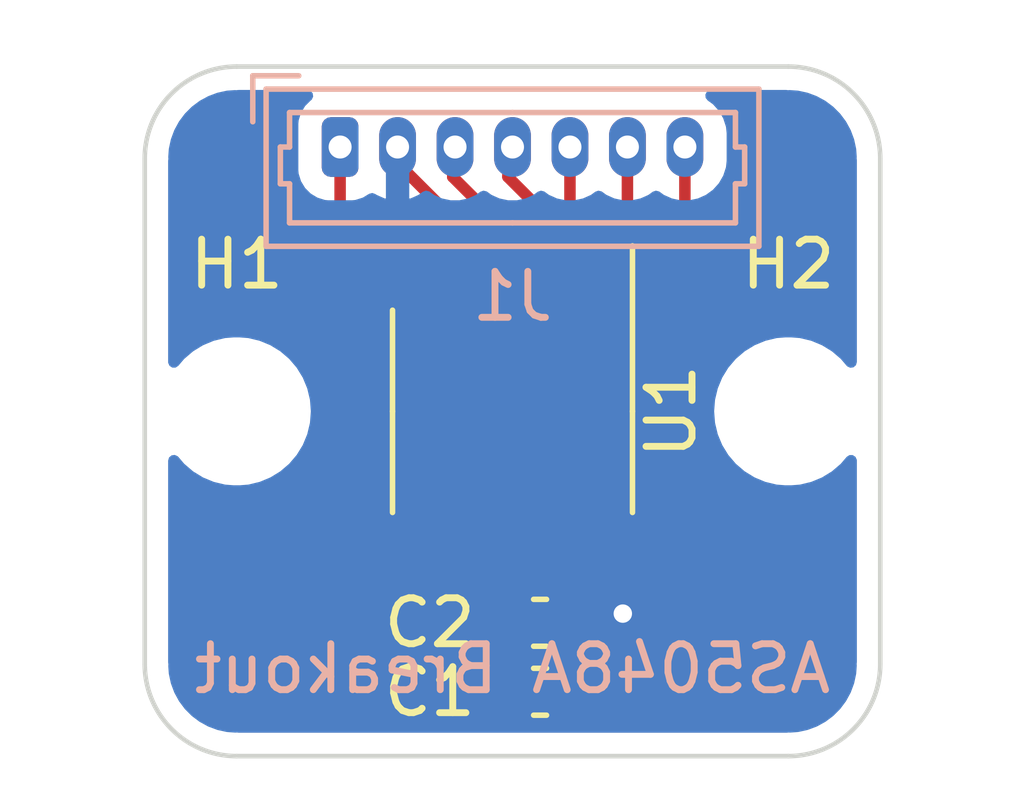
<source format=kicad_pcb>
(kicad_pcb (version 20211014) (generator pcbnew)
  (layers (0 "F.Cu" signal) (31 "B.Cu" signal) (34 "B.Paste" user) (35 "F.Paste" user) (36 "B.SilkS" user "B.Silkscreen") (37 "F.SilkS" user "F.Silkscreen") (38 "B.Mask" user) (39 "F.Mask" user) (44 "Edge.Cuts" user))
  (net 0 "")
  (net 1 "GND")
  (net 2 "Net-(J1-Pad3)")
  (net 3 "Net-(J1-Pad4)")
  (net 4 "Net-(J1-Pad5)")
  (net 5 "Net-(J1-Pad6)")
  (net 6 "PWM")
  (net 12 "/VDD")
  (footprint "MountingHole:MountingHole_2.2mm_M2" (layer "F.Cu") (at 39.5 28.5)
    (fp_text reference "H1" (at 0 -3.2) (layer "F.SilkS"))
    (fp_text value "MountingHole")
    (pad "" np_thru_hole circle (at 0 0) (size 2.2 2.2) (drill 2.2) (layers *.Cu *.Mask))
  )
  (footprint "MountingHole:MountingHole_2.2mm_M2" (layer "F.Cu") (at 51.5 28.5)
    (fp_text reference "H2" (at 0 -3.2) (layer "F.SilkS"))
    (fp_text value "MountingHole")
    (pad "" np_thru_hole circle (at 0 0) (size 2.2 2.2) (drill 2.2) (layers *.Cu *.Mask))
  )
  (footprint "Capacitor_SMD:C_0603_1608Metric" (layer "F.Cu") (at 46.1 33.1 180)
    (fp_text reference "C2" (at 2.4 0) (layer "F.SilkS"))
    (fp_text value "0.1uF")
    (fp_line (start -0.14058 0.51) (end 0.14058 0.51) (layer "F.SilkS") (width 0.12))
    (fp_line (start -0.14058 -0.51) (end 0.14058 -0.51) (layer "F.SilkS") (width 0.12))
    (pad "1" smd roundrect (at -0.775 0 180) (size 0.9 0.95) (layers "F.Cu" "F.Paste" "F.Mask") (net 1 "GND"))
    (pad "2" smd roundrect (at 0.775 0 180) (size 0.9 0.95) (layers "F.Cu" "F.Paste" "F.Mask") (net 12 "/VDD"))
  )
  (footprint "Capacitor_SMD:C_0603_1608Metric" (layer "F.Cu") (at 46.1 34.6 180)
    (fp_text reference "C1" (at 2.4 0) (layer "F.SilkS"))
    (fp_text value "10uF")
    (fp_line (start -0.14058 0.51) (end 0.14058 0.51) (layer "F.SilkS") (width 0.12))
    (fp_line (start -0.14058 -0.51) (end 0.14058 -0.51) (layer "F.SilkS") (width 0.12))
    (pad "1" smd roundrect (at -0.775 0 180) (size 0.9 0.95) (layers "F.Cu" "F.Paste" "F.Mask") (net 1 "GND"))
    (pad "2" smd roundrect (at 0.775 0 180) (size 0.9 0.95) (layers "F.Cu" "F.Paste" "F.Mask") (net 12 "/VDD"))
  )
  (footprint "Package_SO:TSSOP-14_4.4x5mm_P0.65mm" (layer "F.Cu") (at 45.5 28.5 -90)
    (fp_text reference "U1" (at 0 -3.45 90) (layer "F.SilkS"))
    (fp_text value "AS5048A")
    (fp_line (start 0 -2.61) (end 2.2 -2.61) (layer "F.SilkS") (width 0.12))
    (fp_line (start 0 2.61) (end 2.2 2.61) (layer "F.SilkS") (width 0.12))
    (fp_line (start 0 -2.61) (end -3.6 -2.61) (layer "F.SilkS") (width 0.12))
    (fp_line (start 0 2.61) (end -2.2 2.61) (layer "F.SilkS") (width 0.12))
    (pad "1" smd roundrect (at -2.8625 -1.95 270) (size 1.475 0.4) (layers "F.Cu" "F.Paste" "F.Mask") (net 5 "Net-(J1-Pad6)"))
    (pad "2" smd roundrect (at -2.8625 -1.3 270) (size 1.475 0.4) (layers "F.Cu" "F.Paste" "F.Mask") (net 4 "Net-(J1-Pad5)"))
    (pad "3" smd roundrect (at -2.8625 -0.65 270) (size 1.475 0.4) (layers "F.Cu" "F.Paste" "F.Mask") (net 3 "Net-(J1-Pad4)"))
    (pad "4" smd roundrect (at -2.8625 0 270) (size 1.475 0.4) (layers "F.Cu" "F.Paste" "F.Mask") (net 2 "Net-(J1-Pad3)"))
    (pad "5" smd roundrect (at -2.8625 0.65 270) (size 1.475 0.4) (layers "F.Cu" "F.Paste" "F.Mask") (net 1 "GND"))
    (pad "6" smd roundrect (at -2.8625 1.3 270) (size 1.475 0.4) (layers "F.Cu" "F.Paste" "F.Mask"))
    (pad "7" smd roundrect (at -2.8625 1.95 270) (size 1.475 0.4) (layers "F.Cu" "F.Paste" "F.Mask"))
    (pad "8" smd roundrect (at 2.8625 1.95 270) (size 1.475 0.4) (layers "F.Cu" "F.Paste" "F.Mask"))
    (pad "9" smd roundrect (at 2.8625 1.3 270) (size 1.475 0.4) (layers "F.Cu" "F.Paste" "F.Mask"))
    (pad "10" smd roundrect (at 2.8625 0.65 270) (size 1.475 0.4) (layers "F.Cu" "F.Paste" "F.Mask"))
    (pad "11" smd roundrect (at 2.8625 0 270) (size 1.475 0.4) (layers "F.Cu" "F.Paste" "F.Mask") (net 12 "/VDD"))
    (pad "12" smd roundrect (at 2.8625 -0.65 270) (size 1.475 0.4) (layers "F.Cu" "F.Paste" "F.Mask") (net 12 "/VDD"))
    (pad "13" smd roundrect (at 2.8625 -1.3 270) (size 1.475 0.4) (layers "F.Cu" "F.Paste" "F.Mask") (net 1 "GND"))
    (pad "14" smd roundrect (at 2.8625 -1.95 270) (size 1.475 0.4) (layers "F.Cu" "F.Paste" "F.Mask") (net 6 "PWM"))
  )
  (footprint "Connector_Molex:Molex_PicoBlade_53047-0710_1x07_P1.25mm_Vertical" (layer "B.Cu") (at 41.75 22.75)
    (fp_text reference "J1" (at 3.75 3.25) (layer "B.SilkS") (effects (justify mirror)))
    (fp_text value "Conn_01x07")
    (fp_line (start -1.1 0) (end -1.3 0) (layer "B.SilkS") (width 0.12))
    (fp_line (start -1.1 0.8) (end -1.1 1.65) (layer "B.SilkS") (width 0.12))
    (fp_line (start -1.3 0) (end -1.3 0.8) (layer "B.SilkS") (width 0.12))
    (fp_line (start 8.8 0) (end 8.8 0.8) (layer "B.SilkS") (width 0.12))
    (fp_line (start -1.61 2.16) (end -1.61 -1.26) (layer "B.SilkS") (width 0.12))
    (fp_line (start 8.6 0.8) (end 8.6 1.65) (layer "B.SilkS") (width 0.12))
    (fp_line (start 9.11 2.16) (end -1.61 2.16) (layer "B.SilkS") (width 0.12))
    (fp_line (start -1.1 1.65) (end 3.75 1.65) (layer "B.SilkS") (width 0.12))
    (fp_line (start 8.8 0.8) (end 8.6 0.8) (layer "B.SilkS") (width 0.12))
    (fp_line (start 8.6 -0.75) (end 8.6 0) (layer "B.SilkS") (width 0.12))
    (fp_line (start -1.1 -0.75) (end -1.1 0) (layer "B.SilkS") (width 0.12))
    (fp_line (start 9.11 -1.26) (end 9.11 2.16) (layer "B.SilkS") (width 0.12))
    (fp_line (start -1.61 -1.26) (end 9.11 -1.26) (layer "B.SilkS") (width 0.12))
    (fp_line (start 3.75 -0.75) (end 8.6 -0.75) (layer "B.SilkS") (width 0.12))
    (fp_line (start -1.9 -1.55) (end -1.9 -0.55) (layer "B.SilkS") (width 0.12))
    (fp_line (start -1.3 0.8) (end -1.1 0.8) (layer "B.SilkS") (width 0.12))
    (fp_line (start 8.6 0) (end 8.8 0) (layer "B.SilkS") (width 0.12))
    (fp_line (start -1.9 -1.55) (end -0.9 -1.55) (layer "B.SilkS") (width 0.12))
    (fp_line (start 3.75 -0.75) (end -1.1 -0.75) (layer "B.SilkS") (width 0.12))
    (fp_line (start 8.6 1.65) (end 3.75 1.65) (layer "B.SilkS") (width 0.12))
    (pad "1" thru_hole roundrect (at 0 0) (size 0.8 1.3) (drill 0.5) (layers *.Cu *.Mask) (net 12 "/VDD"))
    (pad "2" thru_hole oval (at 1.25 0) (size 0.8 1.3) (drill 0.5) (layers *.Cu *.Mask) (net 1 "GND"))
    (pad "3" thru_hole oval (at 2.5 0) (size 0.8 1.3) (drill 0.5) (layers *.Cu *.Mask) (net 2 "Net-(J1-Pad3)"))
    (pad "4" thru_hole oval (at 3.75 0) (size 0.8 1.3) (drill 0.5) (layers *.Cu *.Mask) (net 3 "Net-(J1-Pad4)"))
    (pad "5" thru_hole oval (at 5 0) (size 0.8 1.3) (drill 0.5) (layers *.Cu *.Mask) (net 4 "Net-(J1-Pad5)"))
    (pad "6" thru_hole oval (at 6.25 0) (size 0.8 1.3) (drill 0.5) (layers *.Cu *.Mask) (net 5 "Net-(J1-Pad6)"))
    (pad "7" thru_hole oval (at 7.5 0) (size 0.8 1.3) (drill 0.5) (layers *.Cu *.Mask) (net 6 "PWM"))
  )
  (gr_arc (start 53.5 34) (mid 52.914214 35.414214) (end 51.5 36) (layer "Edge.Cuts") (width 0.1))
  (gr_line (start 37.5 34) (end 37.5 23) (layer "Edge.Cuts") (width 0.1))
  (gr_line (start 53.5 23) (end 53.5 34) (layer "Edge.Cuts") (width 0.1))
  (gr_arc (start 37.5 23) (mid 38.085786 21.585786) (end 39.5 21) (layer "Edge.Cuts") (width 0.1))
  (gr_line (start 39.5 21) (end 51.5 21) (layer "Edge.Cuts") (width 0.1))
  (gr_line (start 39.5 36) (end 51.5 36) (layer "Edge.Cuts") (width 0.1))
  (gr_arc (start 51.5 21) (mid 52.914214 21.585786) (end 53.5 23) (layer "Edge.Cuts") (width 0.1))
  (gr_arc (start 39.5 36) (mid 38.085786 35.414214) (end 37.5 34) (layer "Edge.Cuts") (width 0.1))
  (gr_text "AS5048A Breakout" (at 45.5 34.1) (layer "B.SilkS") (effects (font (size 1 1)) (justify mirror)))
  (segment (start 44.85 25.6375) (end 44.85 24.948959) (width 0.25) (layer "F.Cu") (net 1))
  (segment (start 44.85 24.948959) (end 43 23.098959) (width 0.25) (layer "F.Cu") (net 1))
  (segment (start 47.7 33.1) (end 47.9 32.9) (width 0.25) (layer "F.Cu") (net 1))
  (segment (start 46.875 33.1) (end 46.875 34.6) (width 0.25) (layer "F.Cu") (net 1))
  (segment (start 46.875 33.1) (end 47.7 33.1) (width 0.25) (layer "F.Cu") (net 1))
  (segment (start 46.8 33.025) (end 46.875 33.1) (width 0.25) (layer "F.Cu") (net 1))
  (segment (start 43 23.098959) (end 43 22.75) (width 0.25) (layer "F.Cu") (net 1))
  (segment (start 46.8 31.3625) (end 46.8 33.025) (width 0.25) (layer "F.Cu") (net 1))
  (via (at 47.9 32.9) (size 0.8) (drill 0.4) (layers "F.Cu" "B.Cu") (net 1))
  (segment (start 43 28) (end 43 22.75) (width 0.25) (layer "B.Cu") (net 1))
  (segment (start 47.9 32.9) (end 43 28) (width 0.25) (layer "B.Cu") (net 1))
  (segment (start 45.5 24.7) (end 44.2 23.4) (width 0.25) (layer "F.Cu") (net 2))
  (segment (start 44.2 22.8) (end 44.25 22.75) (width 0.25) (layer "F.Cu") (net 2))
  (segment (start 44.2 23.4) (end 44.2 22.8) (width 0.25) (layer "F.Cu") (net 2))
  (segment (start 45.5 25.6375) (end 45.5 24.7) (width 0.25) (layer "F.Cu") (net 2))
  (segment (start 45.4 22.85) (end 45.5 22.75) (width 0.25) (layer "F.Cu") (net 3))
  (segment (start 45.4 23.4) (end 45.4 22.85) (width 0.25) (layer "F.Cu") (net 3))
  (segment (start 46.15 25.6375) (end 46.15 24.15) (width 0.25) (layer "F.Cu") (net 3))
  (segment (start 46.15 24.15) (end 45.4 23.4) (width 0.25) (layer "F.Cu") (net 3))
  (segment (start 46.8 25.6375) (end 46.75 25.5875) (width 0.25) (layer "F.Cu") (net 4))
  (segment (start 46.75 25.5875) (end 46.75 22.75) (width 0.25) (layer "F.Cu") (net 4))
  (segment (start 47.45 25.6375) (end 48 25.0875) (width 0.25) (layer "F.Cu") (net 5))
  (segment (start 48 25.0875) (end 48 22.75) (width 0.25) (layer "F.Cu") (net 5))
  (segment (start 49.25 29.5625) (end 49.25 22.75) (width 0.25) (layer "F.Cu") (net 6))
  (segment (start 47.45 31.3625) (end 49.25 29.5625) (width 0.25) (layer "F.Cu") (net 6))
  (segment (start 41.75 22.75) (end 41.75 30.901041) (width 0.25) (layer "F.Cu") (net 12))
  (segment (start 45.325 33.1) (end 45.5 32.925) (width 0.25) (layer "F.Cu") (net 12))
  (segment (start 45.5 32.925) (end 45.5 31.3625) (width 0.25) (layer "F.Cu") (net 12))
  (segment (start 41.75 30.901041) (end 43.948959 33.1) (width 0.25) (layer "F.Cu") (net 12))
  (segment (start 45.325 33.1) (end 45.325 34.6) (width 0.25) (layer "F.Cu") (net 12))
  (segment (start 45.5 31.3625) (end 46.15 31.3625) (width 0.25) (layer "F.Cu") (net 12))
  (segment (start 43.948959 33.1) (end 45.325 33.1) (width 0.25) (layer "F.Cu") (net 12))
  (zone (net 1) (net_name "GND") (layer "B.Cu") (connect_pads (clearance 0.508)) (min_thickness 0.254) (fill yes (thermal_gap 0.508) (thermal_bridge_width 0.508))
    (polygon (pts (xy 54 37) (xy 37 37) (xy 37 20.3) (xy 54 20.3)))
  )
)
</source>
